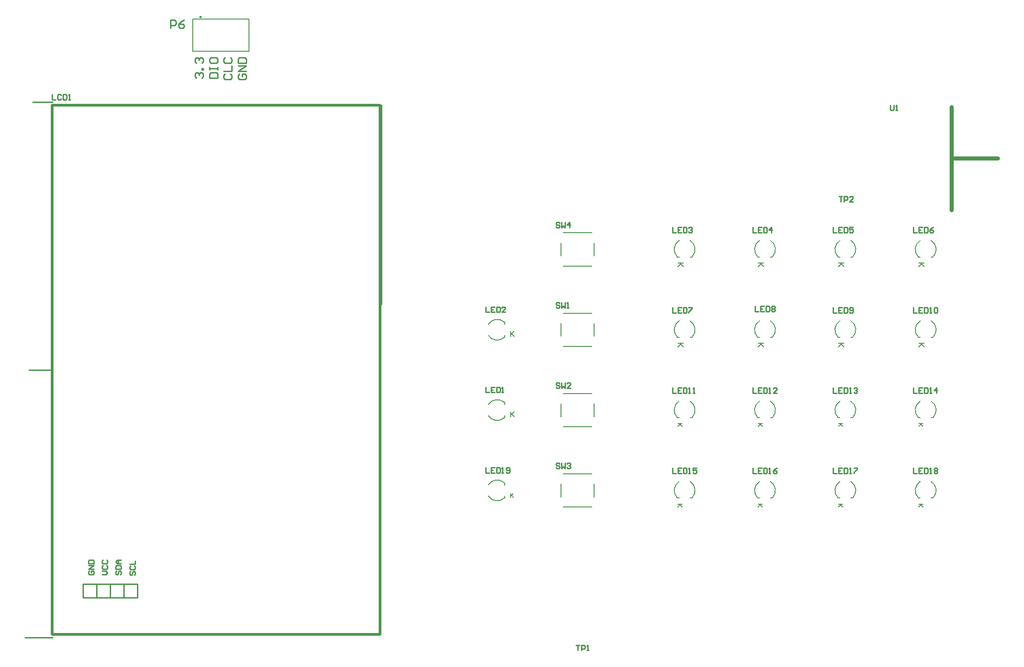
<source format=gbr>
%TF.GenerationSoftware,Altium Limited,Altium Designer,21.6.4 (81)*%
G04 Layer_Color=65535*
%FSLAX43Y43*%
%MOMM*%
%TF.SameCoordinates,51A45B19-5AA5-45A3-BC04-4EA5AD39BA57*%
%TF.FilePolarity,Positive*%
%TF.FileFunction,Legend,Top*%
%TF.Part,Single*%
G01*
G75*
%TA.AperFunction,NonConductor*%
%ADD39C,0.250*%
%ADD40C,0.200*%
%ADD41C,0.762*%
%ADD42C,0.254*%
%ADD44C,0.508*%
%ADD45C,0.152*%
D39*
X39749Y133400D02*
G03*
X39749Y133400I-125J0D01*
G01*
D40*
X93339Y43978D02*
G03*
X96379Y43621I1661J1022D01*
G01*
X96312Y46443D02*
G03*
X93339Y46022I-1312J-1443D01*
G01*
X173978Y46661D02*
G03*
X173621Y43621I1022J-1661D01*
G01*
X176443Y43688D02*
G03*
X176022Y46661I-1443J1312D01*
G01*
X158978D02*
G03*
X158621Y43621I1022J-1661D01*
G01*
X161443Y43688D02*
G03*
X161022Y46661I-1443J1312D01*
G01*
X143978D02*
G03*
X143621Y43621I1022J-1661D01*
G01*
X146443Y43688D02*
G03*
X146022Y46661I-1443J1312D01*
G01*
X128978D02*
G03*
X128621Y43621I1022J-1661D01*
G01*
X131443Y43688D02*
G03*
X131022Y46661I-1443J1312D01*
G01*
X173978Y61661D02*
G03*
X173621Y58621I1022J-1661D01*
G01*
X176443Y58688D02*
G03*
X176022Y61661I-1443J1312D01*
G01*
X158978D02*
G03*
X158621Y58621I1022J-1661D01*
G01*
X161443Y58688D02*
G03*
X161022Y61661I-1443J1312D01*
G01*
X143978D02*
G03*
X143621Y58621I1022J-1661D01*
G01*
X146443Y58688D02*
G03*
X146022Y61661I-1443J1312D01*
G01*
X128978D02*
G03*
X128621Y58621I1022J-1661D01*
G01*
X131443Y58688D02*
G03*
X131022Y61661I-1443J1312D01*
G01*
X173978Y76661D02*
G03*
X173621Y73621I1022J-1661D01*
G01*
X176443Y73688D02*
G03*
X176022Y76661I-1443J1312D01*
G01*
X158978D02*
G03*
X158621Y73621I1022J-1661D01*
G01*
X161443Y73688D02*
G03*
X161022Y76661I-1443J1312D01*
G01*
X143978D02*
G03*
X143621Y73621I1022J-1661D01*
G01*
X146443Y73688D02*
G03*
X146022Y76661I-1443J1312D01*
G01*
X128978D02*
G03*
X128621Y73621I1022J-1661D01*
G01*
X131443Y73688D02*
G03*
X131022Y76661I-1443J1312D01*
G01*
X173978Y91661D02*
G03*
X173621Y88621I1022J-1661D01*
G01*
X176443Y88688D02*
G03*
X176022Y91661I-1443J1312D01*
G01*
X158978D02*
G03*
X158621Y88621I1022J-1661D01*
G01*
X161443Y88688D02*
G03*
X161022Y91661I-1443J1312D01*
G01*
X143978D02*
G03*
X143621Y88621I1022J-1661D01*
G01*
X146443Y88688D02*
G03*
X146022Y91661I-1443J1312D01*
G01*
X128978D02*
G03*
X128621Y88621I1022J-1661D01*
G01*
X131443Y88688D02*
G03*
X131022Y91661I-1443J1312D01*
G01*
X93339Y58978D02*
G03*
X96379Y58621I1661J1022D01*
G01*
X96312Y61443D02*
G03*
X93339Y61022I-1312J-1443D01*
G01*
Y73978D02*
G03*
X96379Y73621I1661J1022D01*
G01*
X96312Y76443D02*
G03*
X93339Y76022I-1312J-1443D01*
G01*
X96312Y46443D02*
X96397Y46358D01*
Y43621D02*
Y43984D01*
Y46016D02*
Y46358D01*
X38184Y132975D02*
X48684D01*
X38184Y127025D02*
Y132975D01*
Y127025D02*
X48684D01*
Y132975D01*
X176358Y43603D02*
X176443Y43688D01*
X173621Y43603D02*
X173984D01*
X176016D02*
X176358D01*
X161358D02*
X161443Y43688D01*
X158621Y43603D02*
X158984D01*
X161016D02*
X161358D01*
X146358D02*
X146443Y43688D01*
X143621Y43603D02*
X143984D01*
X146016D02*
X146358D01*
X131358D02*
X131443Y43688D01*
X128621Y43603D02*
X128984D01*
X131016D02*
X131358D01*
X176358Y58603D02*
X176443Y58688D01*
X173621Y58603D02*
X173984D01*
X176016D02*
X176358D01*
X161358D02*
X161443Y58688D01*
X158621Y58603D02*
X158984D01*
X161016D02*
X161358D01*
X146358D02*
X146443Y58688D01*
X143621Y58603D02*
X143984D01*
X146016D02*
X146358D01*
X131358D02*
X131443Y58688D01*
X128621Y58603D02*
X128984D01*
X131016D02*
X131358D01*
X107350Y63100D02*
X112650D01*
X106900Y58800D02*
Y61200D01*
X113100Y58800D02*
Y61200D01*
X107350Y56900D02*
X112650D01*
X176358Y73603D02*
X176443Y73688D01*
X173621Y73603D02*
X173984D01*
X176016D02*
X176358D01*
X161358D02*
X161443Y73688D01*
X158621Y73603D02*
X158984D01*
X161016D02*
X161358D01*
X146358D02*
X146443Y73688D01*
X143621Y73603D02*
X143984D01*
X146016D02*
X146358D01*
X131358D02*
X131443Y73688D01*
X128621Y73603D02*
X128984D01*
X131016D02*
X131358D01*
X176358Y88603D02*
X176443Y88688D01*
X173621Y88603D02*
X173984D01*
X176016D02*
X176358D01*
X161358D02*
X161443Y88688D01*
X158621Y88603D02*
X158984D01*
X161016D02*
X161358D01*
X146358D02*
X146443Y88688D01*
X143621Y88603D02*
X143984D01*
X146016D02*
X146358D01*
X131358D02*
X131443Y88688D01*
X128621Y88603D02*
X128984D01*
X131016D02*
X131358D01*
X96312Y61443D02*
X96397Y61358D01*
Y58621D02*
Y58984D01*
Y61016D02*
Y61358D01*
X96312Y76443D02*
X96397Y76358D01*
Y73621D02*
Y73984D01*
Y76016D02*
Y76358D01*
X107350Y93100D02*
X112650D01*
X106900Y88800D02*
Y91200D01*
X113100Y88800D02*
Y91200D01*
X107350Y86900D02*
X112650D01*
X107350Y71900D02*
X112650D01*
X113100Y73800D02*
Y76200D01*
X106900Y73800D02*
Y76200D01*
X107350Y78100D02*
X112650D01*
X107350Y41900D02*
X112650D01*
X113100Y43800D02*
Y46200D01*
X106900Y43800D02*
Y46200D01*
X107350Y48100D02*
X112650D01*
D41*
X179832Y107061D02*
Y116586D01*
Y97409D02*
Y107061D01*
X188468D01*
D42*
X179832D02*
X188468D01*
X8255Y117500D02*
X12027D01*
X6858Y17500D02*
X12027D01*
X7620Y67500D02*
X11938D01*
X73241Y18415D02*
Y20358D01*
X22733Y25019D02*
Y27559D01*
X20193Y25019D02*
Y27559D01*
X22733D01*
X20193Y25019D02*
X22733D01*
X27813D02*
Y27559D01*
X25273Y25019D02*
Y27559D01*
X27813D01*
X25273Y25019D02*
X27813D01*
X20193D02*
Y27559D01*
X17653Y25019D02*
Y27559D01*
X20193D01*
X17653Y25019D02*
X20193D01*
X25273D02*
Y27559D01*
X22733Y25019D02*
Y27559D01*
X25273D01*
X22733Y25019D02*
X25273D01*
X73406Y79794D02*
Y116967D01*
X143167Y79437D02*
Y78437D01*
X143834D01*
X144833Y79437D02*
X144167D01*
Y78437D01*
X144833D01*
X144167Y78937D02*
X144500D01*
X145167Y79437D02*
Y78437D01*
X145666D01*
X145833Y78604D01*
Y79270D01*
X145666Y79437D01*
X145167D01*
X146166Y79270D02*
X146333Y79437D01*
X146666D01*
X146833Y79270D01*
Y79104D01*
X146666Y78937D01*
X146833Y78770D01*
Y78604D01*
X146666Y78437D01*
X146333D01*
X146166Y78604D01*
Y78770D01*
X146333Y78937D01*
X146166Y79104D01*
Y79270D01*
X146333Y78937D02*
X146666D01*
X44196Y122809D02*
X43942Y122555D01*
Y122047D01*
X44196Y121793D01*
X45212D01*
X45466Y122047D01*
Y122555D01*
X45212Y122809D01*
X43942Y123317D02*
X45466D01*
Y124332D01*
X44196Y125856D02*
X43942Y125602D01*
Y125094D01*
X44196Y124840D01*
X45212D01*
X45466Y125094D01*
Y125602D01*
X45212Y125856D01*
X41275Y122047D02*
X42799D01*
Y122809D01*
X42545Y123063D01*
X41529D01*
X41275Y122809D01*
Y122047D01*
Y123571D02*
Y124078D01*
Y123824D01*
X42799D01*
Y123571D01*
Y124078D01*
X41275Y125602D02*
Y125094D01*
X41529Y124840D01*
X42545D01*
X42799Y125094D01*
Y125602D01*
X42545Y125856D01*
X41529D01*
X41275Y125602D01*
X46863Y122809D02*
X46609Y122555D01*
Y122047D01*
X46863Y121793D01*
X47879D01*
X48133Y122047D01*
Y122555D01*
X47879Y122809D01*
X47371D01*
Y122301D01*
X48133Y123317D02*
X46609D01*
X48133Y124332D01*
X46609D01*
Y124840D02*
X48133D01*
Y125602D01*
X47879Y125856D01*
X46863D01*
X46609Y125602D01*
Y124840D01*
X38862Y122047D02*
X38608Y122301D01*
Y122809D01*
X38862Y123063D01*
X39116D01*
X39370Y122809D01*
Y122555D01*
Y122809D01*
X39624Y123063D01*
X39878D01*
X40132Y122809D01*
Y122301D01*
X39878Y122047D01*
X40132Y123571D02*
X39878D01*
Y123824D01*
X40132D01*
Y123571D01*
X38862Y124840D02*
X38608Y125094D01*
Y125602D01*
X38862Y125856D01*
X39116D01*
X39370Y125602D01*
Y125348D01*
Y125602D01*
X39624Y125856D01*
X39878D01*
X40132Y125602D01*
Y125094D01*
X39878Y124840D01*
X18852Y30003D02*
X18685Y29837D01*
Y29504D01*
X18852Y29337D01*
X19518D01*
X19685Y29504D01*
Y29837D01*
X19518Y30003D01*
X19185D01*
Y29670D01*
X19685Y30337D02*
X18685D01*
X19685Y31003D01*
X18685D01*
Y31336D02*
X19685D01*
Y31836D01*
X19518Y32003D01*
X18852D01*
X18685Y31836D01*
Y31336D01*
X21225Y29337D02*
X21892D01*
X22225Y29670D01*
X21892Y30003D01*
X21225D01*
X21392Y31003D02*
X21225Y30837D01*
Y30503D01*
X21392Y30337D01*
X22058D01*
X22225Y30503D01*
Y30837D01*
X22058Y31003D01*
X21392Y32003D02*
X21225Y31836D01*
Y31503D01*
X21392Y31336D01*
X22058D01*
X22225Y31503D01*
Y31836D01*
X22058Y32003D01*
X23932Y30003D02*
X23765Y29837D01*
Y29504D01*
X23932Y29337D01*
X24099D01*
X24265Y29504D01*
Y29837D01*
X24432Y30003D01*
X24598D01*
X24765Y29837D01*
Y29504D01*
X24598Y29337D01*
X23765Y30337D02*
X24765D01*
Y30837D01*
X24598Y31003D01*
X23932D01*
X23765Y30837D01*
Y30337D01*
X24765Y31336D02*
X24099D01*
X23765Y31670D01*
X24099Y32003D01*
X24765D01*
X24265D01*
Y31336D01*
X26599Y29876D02*
X26432Y29710D01*
Y29377D01*
X26599Y29210D01*
X26766D01*
X26932Y29377D01*
Y29710D01*
X27099Y29876D01*
X27265D01*
X27432Y29710D01*
Y29377D01*
X27265Y29210D01*
X26599Y30876D02*
X26432Y30710D01*
Y30376D01*
X26599Y30210D01*
X27265D01*
X27432Y30376D01*
Y30710D01*
X27265Y30876D01*
X26432Y31209D02*
X27432D01*
Y31876D01*
X158775Y99907D02*
X159442D01*
X159109D01*
Y98908D01*
X159775D02*
Y99907D01*
X160275D01*
X160442Y99741D01*
Y99407D01*
X160275Y99241D01*
X159775D01*
X161441Y98908D02*
X160775D01*
X161441Y99574D01*
Y99741D01*
X161275Y99907D01*
X160941D01*
X160775Y99741D01*
X109705Y16121D02*
X110371D01*
X110038D01*
Y15121D01*
X110704D02*
Y16121D01*
X111204D01*
X111371Y15954D01*
Y15621D01*
X111204Y15454D01*
X110704D01*
X111704Y15121D02*
X112037D01*
X111871D01*
Y16121D01*
X111704Y15954D01*
X168371Y116959D02*
Y116126D01*
X168537Y115959D01*
X168870D01*
X169037Y116126D01*
Y116959D01*
X169370Y115959D02*
X169703D01*
X169537D01*
Y116959D01*
X169370Y116792D01*
X92862Y49285D02*
Y48285D01*
X93529D01*
X94529Y49285D02*
X93862D01*
Y48285D01*
X94529D01*
X93862Y48785D02*
X94195D01*
X94862Y49285D02*
Y48285D01*
X95362D01*
X95528Y48452D01*
Y49118D01*
X95362Y49285D01*
X94862D01*
X95861Y48285D02*
X96195D01*
X96028D01*
Y49285D01*
X95861Y49118D01*
X96695Y48452D02*
X96861Y48285D01*
X97194D01*
X97361Y48452D01*
Y49118D01*
X97194Y49285D01*
X96861D01*
X96695Y49118D01*
Y48952D01*
X96861Y48785D01*
X97361D01*
X34036Y131318D02*
Y132842D01*
X34798D01*
X35052Y132588D01*
Y132080D01*
X34798Y131826D01*
X34036D01*
X36576Y132842D02*
X36068Y132588D01*
X35560Y132080D01*
Y131572D01*
X35814Y131318D01*
X36322D01*
X36576Y131572D01*
Y131826D01*
X36322Y132080D01*
X35560D01*
X172720Y49158D02*
Y48158D01*
X173386D01*
X174386Y49158D02*
X173720D01*
Y48158D01*
X174386D01*
X173720Y48658D02*
X174053D01*
X174719Y49158D02*
Y48158D01*
X175219D01*
X175386Y48325D01*
Y48991D01*
X175219Y49158D01*
X174719D01*
X175719Y48158D02*
X176052D01*
X175886D01*
Y49158D01*
X175719Y48991D01*
X176552D02*
X176719Y49158D01*
X177052D01*
X177219Y48991D01*
Y48825D01*
X177052Y48658D01*
X177219Y48492D01*
Y48325D01*
X177052Y48158D01*
X176719D01*
X176552Y48325D01*
Y48492D01*
X176719Y48658D01*
X176552Y48825D01*
Y48991D01*
X176719Y48658D02*
X177052D01*
X157734Y49158D02*
Y48158D01*
X158400D01*
X159400Y49158D02*
X158734D01*
Y48158D01*
X159400D01*
X158734Y48658D02*
X159067D01*
X159733Y49158D02*
Y48158D01*
X160233D01*
X160400Y48325D01*
Y48991D01*
X160233Y49158D01*
X159733D01*
X160733Y48158D02*
X161066D01*
X160900D01*
Y49158D01*
X160733Y48991D01*
X161566Y49158D02*
X162233D01*
Y48991D01*
X161566Y48325D01*
Y48158D01*
X142723Y49158D02*
Y48158D01*
X143389D01*
X144389Y49158D02*
X143722D01*
Y48158D01*
X144389D01*
X143722Y48658D02*
X144055D01*
X144722Y49158D02*
Y48158D01*
X145222D01*
X145388Y48325D01*
Y48991D01*
X145222Y49158D01*
X144722D01*
X145722Y48158D02*
X146055D01*
X145888D01*
Y49158D01*
X145722Y48991D01*
X147221Y49158D02*
X146888Y48991D01*
X146555Y48658D01*
Y48325D01*
X146721Y48158D01*
X147055D01*
X147221Y48325D01*
Y48492D01*
X147055Y48658D01*
X146555D01*
X127737Y49158D02*
Y48158D01*
X128403D01*
X129403Y49158D02*
X128736D01*
Y48158D01*
X129403D01*
X128736Y48658D02*
X129070D01*
X129736Y49158D02*
Y48158D01*
X130236D01*
X130402Y48325D01*
Y48991D01*
X130236Y49158D01*
X129736D01*
X130736Y48158D02*
X131069D01*
X130902D01*
Y49158D01*
X130736Y48991D01*
X132235Y49158D02*
X131569D01*
Y48658D01*
X131902Y48825D01*
X132069D01*
X132235Y48658D01*
Y48325D01*
X132069Y48158D01*
X131735D01*
X131569Y48325D01*
X172720Y64144D02*
Y63144D01*
X173386D01*
X174386Y64144D02*
X173720D01*
Y63144D01*
X174386D01*
X173720Y63644D02*
X174053D01*
X174719Y64144D02*
Y63144D01*
X175219D01*
X175386Y63311D01*
Y63977D01*
X175219Y64144D01*
X174719D01*
X175719Y63144D02*
X176052D01*
X175886D01*
Y64144D01*
X175719Y63977D01*
X177052Y63144D02*
Y64144D01*
X176552Y63644D01*
X177219D01*
X157734Y64144D02*
Y63144D01*
X158400D01*
X159400Y64144D02*
X158734D01*
Y63144D01*
X159400D01*
X158734Y63644D02*
X159067D01*
X159733Y64144D02*
Y63144D01*
X160233D01*
X160400Y63311D01*
Y63977D01*
X160233Y64144D01*
X159733D01*
X160733Y63144D02*
X161066D01*
X160900D01*
Y64144D01*
X160733Y63977D01*
X161566D02*
X161733Y64144D01*
X162066D01*
X162233Y63977D01*
Y63811D01*
X162066Y63644D01*
X161899D01*
X162066D01*
X162233Y63478D01*
Y63311D01*
X162066Y63144D01*
X161733D01*
X161566Y63311D01*
X142723Y64144D02*
Y63144D01*
X143389D01*
X144389Y64144D02*
X143722D01*
Y63144D01*
X144389D01*
X143722Y63644D02*
X144055D01*
X144722Y64144D02*
Y63144D01*
X145222D01*
X145388Y63311D01*
Y63977D01*
X145222Y64144D01*
X144722D01*
X145722Y63144D02*
X146055D01*
X145888D01*
Y64144D01*
X145722Y63977D01*
X147221Y63144D02*
X146555D01*
X147221Y63811D01*
Y63977D01*
X147055Y64144D01*
X146721D01*
X146555Y63977D01*
X127737Y64144D02*
Y63144D01*
X128403D01*
X129403Y64144D02*
X128736D01*
Y63144D01*
X129403D01*
X128736Y63644D02*
X129070D01*
X129736Y64144D02*
Y63144D01*
X130236D01*
X130402Y63311D01*
Y63977D01*
X130236Y64144D01*
X129736D01*
X130736Y63144D02*
X131069D01*
X130902D01*
Y64144D01*
X130736Y63977D01*
X131569Y63144D02*
X131902D01*
X131735D01*
Y64144D01*
X131569Y63977D01*
X172720Y79155D02*
Y78156D01*
X173386D01*
X174386Y79155D02*
X173720D01*
Y78156D01*
X174386D01*
X173720Y78656D02*
X174053D01*
X174719Y79155D02*
Y78156D01*
X175219D01*
X175386Y78322D01*
Y78989D01*
X175219Y79155D01*
X174719D01*
X175719Y78156D02*
X176052D01*
X175886D01*
Y79155D01*
X175719Y78989D01*
X176552D02*
X176719Y79155D01*
X177052D01*
X177219Y78989D01*
Y78322D01*
X177052Y78156D01*
X176719D01*
X176552Y78322D01*
Y78989D01*
X157734Y79155D02*
Y78156D01*
X158400D01*
X159400Y79155D02*
X158734D01*
Y78156D01*
X159400D01*
X158734Y78656D02*
X159067D01*
X159733Y79155D02*
Y78156D01*
X160233D01*
X160400Y78322D01*
Y78989D01*
X160233Y79155D01*
X159733D01*
X160733Y78322D02*
X160900Y78156D01*
X161233D01*
X161399Y78322D01*
Y78989D01*
X161233Y79155D01*
X160900D01*
X160733Y78989D01*
Y78822D01*
X160900Y78656D01*
X161399D01*
X127737Y79155D02*
Y78156D01*
X128403D01*
X129403Y79155D02*
X128736D01*
Y78156D01*
X129403D01*
X128736Y78656D02*
X129070D01*
X129736Y79155D02*
Y78156D01*
X130236D01*
X130402Y78322D01*
Y78989D01*
X130236Y79155D01*
X129736D01*
X130736D02*
X131402D01*
Y78989D01*
X130736Y78322D01*
Y78156D01*
X172720Y94141D02*
Y93142D01*
X173386D01*
X174386Y94141D02*
X173720D01*
Y93142D01*
X174386D01*
X173720Y93642D02*
X174053D01*
X174719Y94141D02*
Y93142D01*
X175219D01*
X175386Y93308D01*
Y93975D01*
X175219Y94141D01*
X174719D01*
X176385D02*
X176052Y93975D01*
X175719Y93642D01*
Y93308D01*
X175886Y93142D01*
X176219D01*
X176385Y93308D01*
Y93475D01*
X176219Y93642D01*
X175719D01*
X157734Y94141D02*
Y93142D01*
X158400D01*
X159400Y94141D02*
X158734D01*
Y93142D01*
X159400D01*
X158734Y93642D02*
X159067D01*
X159733Y94141D02*
Y93142D01*
X160233D01*
X160400Y93308D01*
Y93975D01*
X160233Y94141D01*
X159733D01*
X161399D02*
X160733D01*
Y93642D01*
X161066Y93808D01*
X161233D01*
X161399Y93642D01*
Y93308D01*
X161233Y93142D01*
X160900D01*
X160733Y93308D01*
X142723Y94141D02*
Y93142D01*
X143389D01*
X144389Y94141D02*
X143722D01*
Y93142D01*
X144389D01*
X143722Y93642D02*
X144055D01*
X144722Y94141D02*
Y93142D01*
X145222D01*
X145388Y93308D01*
Y93975D01*
X145222Y94141D01*
X144722D01*
X146221Y93142D02*
Y94141D01*
X145722Y93642D01*
X146388D01*
X127737Y94141D02*
Y93142D01*
X128403D01*
X129403Y94141D02*
X128736D01*
Y93142D01*
X129403D01*
X128736Y93642D02*
X129070D01*
X129736Y94141D02*
Y93142D01*
X130236D01*
X130402Y93308D01*
Y93975D01*
X130236Y94141D01*
X129736D01*
X130736Y93975D02*
X130902Y94141D01*
X131235D01*
X131402Y93975D01*
Y93808D01*
X131235Y93642D01*
X131069D01*
X131235D01*
X131402Y93475D01*
Y93308D01*
X131235Y93142D01*
X130902D01*
X130736Y93308D01*
X92862Y64296D02*
Y63297D01*
X93529D01*
X94529Y64296D02*
X93862D01*
Y63297D01*
X94529D01*
X93862Y63797D02*
X94195D01*
X94862Y64296D02*
Y63297D01*
X95362D01*
X95528Y63463D01*
Y64130D01*
X95362Y64296D01*
X94862D01*
X95861Y63297D02*
X96195D01*
X96028D01*
Y64296D01*
X95861Y64130D01*
X92862Y79282D02*
Y78283D01*
X93529D01*
X94529Y79282D02*
X93862D01*
Y78283D01*
X94529D01*
X93862Y78783D02*
X94195D01*
X94862Y79282D02*
Y78283D01*
X95362D01*
X95528Y78449D01*
Y79116D01*
X95362Y79282D01*
X94862D01*
X96528Y78283D02*
X95861D01*
X96528Y78949D01*
Y79116D01*
X96361Y79282D01*
X96028D01*
X95861Y79116D01*
X106686Y94915D02*
X106519Y95081D01*
X106186D01*
X106020Y94915D01*
Y94748D01*
X106186Y94581D01*
X106519D01*
X106686Y94415D01*
Y94248D01*
X106519Y94082D01*
X106186D01*
X106020Y94248D01*
X107019Y95081D02*
Y94082D01*
X107353Y94415D01*
X107686Y94082D01*
Y95081D01*
X108519Y94082D02*
Y95081D01*
X108019Y94581D01*
X108685D01*
X106686Y64917D02*
X106519Y65084D01*
X106186D01*
X106020Y64917D01*
Y64751D01*
X106186Y64584D01*
X106519D01*
X106686Y64417D01*
Y64251D01*
X106519Y64084D01*
X106186D01*
X106020Y64251D01*
X107019Y65084D02*
Y64084D01*
X107353Y64417D01*
X107686Y64084D01*
Y65084D01*
X108685Y64084D02*
X108019D01*
X108685Y64751D01*
Y64917D01*
X108519Y65084D01*
X108186D01*
X108019Y64917D01*
X106686Y49931D02*
X106519Y50098D01*
X106186D01*
X106020Y49931D01*
Y49765D01*
X106186Y49598D01*
X106519D01*
X106686Y49431D01*
Y49265D01*
X106519Y49098D01*
X106186D01*
X106020Y49265D01*
X107019Y50098D02*
Y49098D01*
X107353Y49431D01*
X107686Y49098D01*
Y50098D01*
X108019Y49931D02*
X108186Y50098D01*
X108519D01*
X108685Y49931D01*
Y49765D01*
X108519Y49598D01*
X108352D01*
X108519D01*
X108685Y49431D01*
Y49265D01*
X108519Y49098D01*
X108186D01*
X108019Y49265D01*
X106686Y79929D02*
X106519Y80095D01*
X106186D01*
X106020Y79929D01*
Y79762D01*
X106186Y79595D01*
X106519D01*
X106686Y79429D01*
Y79262D01*
X106519Y79096D01*
X106186D01*
X106020Y79262D01*
X107019Y80095D02*
Y79096D01*
X107353Y79429D01*
X107686Y79096D01*
Y80095D01*
X108019Y79096D02*
X108352D01*
X108186D01*
Y80095D01*
X108019Y79929D01*
X11938Y118983D02*
Y117983D01*
X12604D01*
X13604Y118816D02*
X13438Y118983D01*
X13104D01*
X12938Y118816D01*
Y118150D01*
X13104Y117983D01*
X13438D01*
X13604Y118150D01*
X13937Y118983D02*
Y117983D01*
X14437D01*
X14604Y118150D01*
Y118816D01*
X14437Y118983D01*
X13937D01*
X14937Y117983D02*
X15270D01*
X15104D01*
Y118983D01*
X14937Y118816D01*
D44*
X73152Y18161D02*
Y116967D01*
X11938Y18161D02*
Y116967D01*
X73152D01*
X11938Y18161D02*
X73152D01*
D45*
X97540Y44492D02*
Y43730D01*
Y43984D01*
X98048Y44492D01*
X97667Y44111D01*
X98048Y43730D01*
X174492Y42460D02*
X173730D01*
X173984D01*
X174492Y41952D01*
X174111Y42333D01*
X173730Y41952D01*
X159492Y42460D02*
X158730D01*
X158984D01*
X159492Y41952D01*
X159111Y42333D01*
X158730Y41952D01*
X144492Y42460D02*
X143730D01*
X143984D01*
X144492Y41952D01*
X144111Y42333D01*
X143730Y41952D01*
X129492Y42460D02*
X128730D01*
X128984D01*
X129492Y41952D01*
X129111Y42333D01*
X128730Y41952D01*
X174492Y57460D02*
X173730D01*
X173984D01*
X174492Y56952D01*
X174111Y57333D01*
X173730Y56952D01*
X159492Y57460D02*
X158730D01*
X158984D01*
X159492Y56952D01*
X159111Y57333D01*
X158730Y56952D01*
X144492Y57460D02*
X143730D01*
X143984D01*
X144492Y56952D01*
X144111Y57333D01*
X143730Y56952D01*
X129492Y57460D02*
X128730D01*
X128984D01*
X129492Y56952D01*
X129111Y57333D01*
X128730Y56952D01*
X174730Y72460D02*
X173730D01*
X174063D01*
X174730Y71794D01*
X174230Y72293D01*
X173730Y71794D01*
X159730Y72460D02*
X158730D01*
X159063D01*
X159730Y71794D01*
X159230Y72293D01*
X158730Y71794D01*
X144730Y72460D02*
X143730D01*
X144063D01*
X144730Y71794D01*
X144230Y72293D01*
X143730Y71794D01*
X129730Y72460D02*
X128730D01*
X129063D01*
X129730Y71794D01*
X129230Y72293D01*
X128730Y71794D01*
X174730Y87460D02*
X173730D01*
X174063D01*
X174730Y86794D01*
X174230Y87293D01*
X173730Y86794D01*
X159730Y87460D02*
X158730D01*
X159063D01*
X159730Y86794D01*
X159230Y87293D01*
X158730Y86794D01*
X144730Y87460D02*
X143730D01*
X144063D01*
X144730Y86794D01*
X144230Y87293D01*
X143730Y86794D01*
X129730Y87460D02*
X128730D01*
X129063D01*
X129730Y86794D01*
X129230Y87293D01*
X128730Y86794D01*
X97540Y59730D02*
Y58730D01*
Y59063D01*
X98206Y59730D01*
X97707Y59230D01*
X98206Y58730D01*
X97540Y74730D02*
Y73730D01*
Y74063D01*
X98206Y74730D01*
X97707Y74230D01*
X98206Y73730D01*
%TF.MD5,d17b1b3056c7765952f9f775ea4bc7b8*%
M02*

</source>
